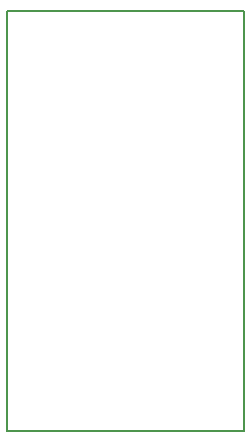
<source format=gm1>
%TF.GenerationSoftware,KiCad,Pcbnew,(7.0.0)*%
%TF.CreationDate,2023-07-16T15:36:17-04:00*%
%TF.ProjectId,luminator,6c756d69-6e61-4746-9f72-2e6b69636164,rev?*%
%TF.SameCoordinates,Original*%
%TF.FileFunction,Profile,NP*%
%FSLAX46Y46*%
G04 Gerber Fmt 4.6, Leading zero omitted, Abs format (unit mm)*
G04 Created by KiCad (PCBNEW (7.0.0)) date 2023-07-16 15:36:17*
%MOMM*%
%LPD*%
G01*
G04 APERTURE LIST*
%TA.AperFunction,Profile*%
%ADD10C,0.200000*%
%TD*%
G04 APERTURE END LIST*
D10*
X105156000Y-54610000D02*
X125222000Y-54610000D01*
X125222000Y-54610000D02*
X125222000Y-90170000D01*
X125222000Y-90170000D02*
X105156000Y-90170000D01*
X105156000Y-90170000D02*
X105156000Y-54610000D01*
M02*

</source>
